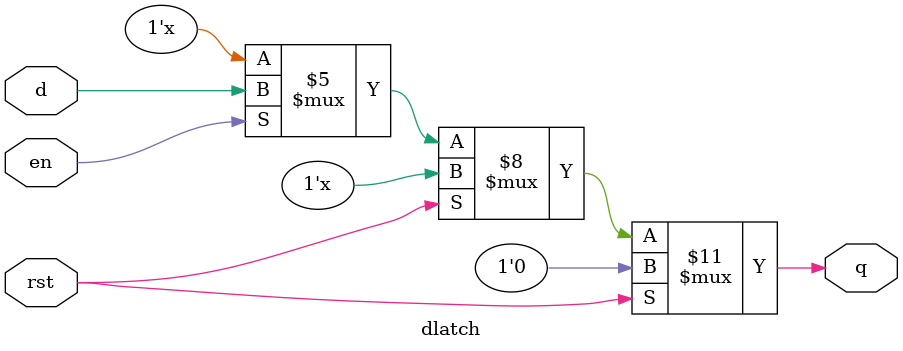
<source format=v>
module dlatch(
input d,en,rst,
output reg q
);
always @(*)begin
	if(rst==1)
		q=0;
	else if (en==1)
		q=d;
end
endmodule


</source>
